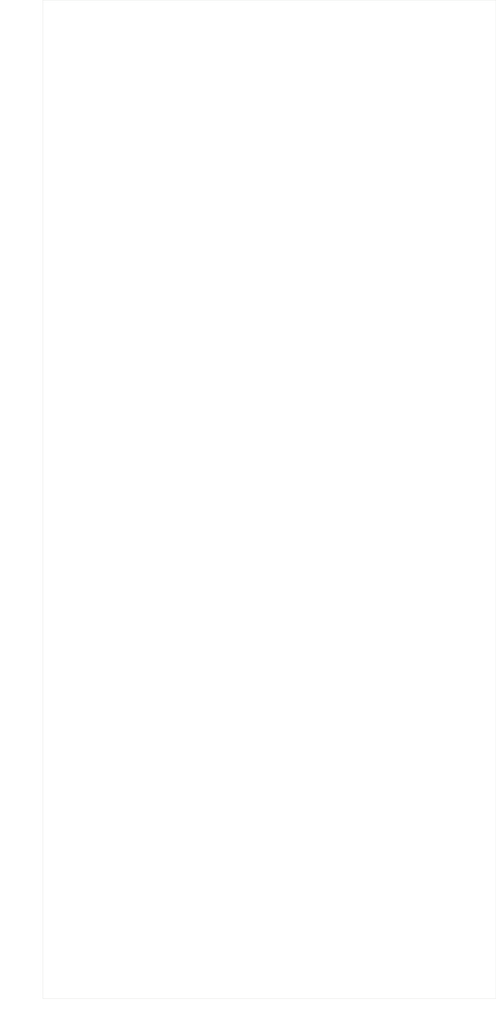
<source format=kicad_pcb>
(kicad_pcb (version 20240108) (generator "pcbnew") (generator_version "8.0")
  (title_block (title "Enclosure") (date "2025-02-21") (rev "0.0.0") (company "Open Battery Tester") (comment 1 "Layout"))
  (layers (0 "F.Cu" mixed) (31 "B.Cu" mixed) (34 "B.Paste" user) (35 "F.Paste" user) (36 "B.SilkS" user "B.Silkscreen") (37 "F.SilkS" user "F.Silkscreen") (38 "B.Mask" user) (39 "F.Mask" user) (44 "Edge.Cuts" user))
  (net 0 "")
  (footprint "pss:MountingHole_2.8mm" (layer "F.Cu") (at 155.55 256.43)
    (property "Reference" "REF**" (hide yes))
    (property "Value" "MountingHole_2.8mm" (hide yes))
    (pad "" np_thru_hole circle (at 0 0) (size 2.8 2.8) (drill 2.8) (layers "F&B.Cu" "*.Mask"))
  )
  (footprint "" (layer "F.Cu") (at 155.55 256.43)
    (property "Reference" "" (at 0 0 0) (layer "F.SilkS") (effects (font (size 1.27 1.27))))
    (property "Value" "")
    (pad "" np_thru_hole circle (at 0 0) (size 2.8 2.8) (drill 2.8) (layers "F&B.Cu" "*.Mask"))
  )
  (footprint "pss:MountingHole_2.8mm" (layer "F.Cu") (at 244.45 256.43)
    (property "Reference" "REF**" (hide yes))
    (property "Value" "MountingHole_2.8mm" (hide yes))
    (pad "" np_thru_hole circle (at 0 0) (size 2.8 2.8) (drill 2.8) (layers "F&B.Cu" "*.Mask"))
  )
  (gr_rect (start 150 40) (end 250 260) (stroke (width 0.05)) (fill none) (layer "Edge.Cuts"))
)
</source>
